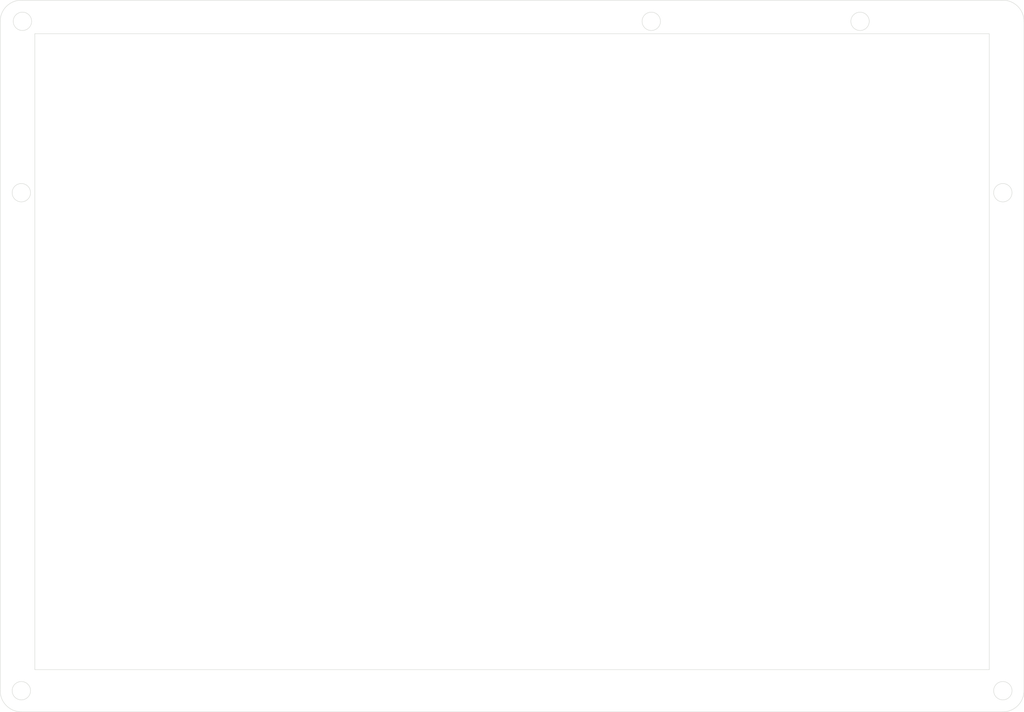
<source format=kicad_pcb>
(kicad_pcb (version 20171130) (host pcbnew "(5.1.12)-1")

  (general
    (thickness 1.6)
    (drawings 19)
    (tracks 0)
    (zones 0)
    (modules 0)
    (nets 1)
  )

  (page A4)
  (layers
    (0 F.Cu signal)
    (31 B.Cu signal)
    (32 B.Adhes user)
    (33 F.Adhes user)
    (34 B.Paste user)
    (35 F.Paste user)
    (36 B.SilkS user)
    (37 F.SilkS user)
    (38 B.Mask user)
    (39 F.Mask user)
    (40 Dwgs.User user)
    (41 Cmts.User user)
    (42 Eco1.User user)
    (43 Eco2.User user)
    (44 Edge.Cuts user)
    (45 Margin user)
    (46 B.CrtYd user)
    (47 F.CrtYd user)
    (48 B.Fab user)
    (49 F.Fab user)
  )

  (setup
    (last_trace_width 0.25)
    (user_trace_width 0.5)
    (trace_clearance 0.2)
    (zone_clearance 0)
    (zone_45_only no)
    (trace_min 0.2)
    (via_size 0.8)
    (via_drill 0.4)
    (via_min_size 0.4)
    (via_min_drill 0.3)
    (uvia_size 0.3)
    (uvia_drill 0.1)
    (uvias_allowed no)
    (uvia_min_size 0.2)
    (uvia_min_drill 0.1)
    (edge_width 0.05)
    (segment_width 0.2)
    (pcb_text_width 0.3)
    (pcb_text_size 1.5 1.5)
    (mod_edge_width 0.12)
    (mod_text_size 1 1)
    (mod_text_width 0.15)
    (pad_size 1.524 1.524)
    (pad_drill 0.762)
    (pad_to_mask_clearance 0)
    (aux_axis_origin 0 0)
    (visible_elements 7FFFFFFF)
    (pcbplotparams
      (layerselection 0x010fc_ffffffff)
      (usegerberextensions false)
      (usegerberattributes false)
      (usegerberadvancedattributes false)
      (creategerberjobfile false)
      (excludeedgelayer true)
      (linewidth 0.100000)
      (plotframeref false)
      (viasonmask false)
      (mode 1)
      (useauxorigin false)
      (hpglpennumber 1)
      (hpglpenspeed 20)
      (hpglpendiameter 15.000000)
      (psnegative false)
      (psa4output false)
      (plotreference true)
      (plotvalue true)
      (plotinvisibletext false)
      (padsonsilk false)
      (subtractmaskfromsilk false)
      (outputformat 1)
      (mirror false)
      (drillshape 0)
      (scaleselection 1)
      (outputdirectory "../../../Order/"))
  )

  (net 0 "")

  (net_class Default "This is the default net class."
    (clearance 0.2)
    (trace_width 0.25)
    (via_dia 0.8)
    (via_drill 0.4)
    (uvia_dia 0.3)
    (uvia_drill 0.1)
  )

  (gr_arc (start 106.397756 69.205088) (end 106.397756 71.73634) (angle -90) (layer Edge.Cuts) (width 0.05) (tstamp 63DBC130))
  (gr_arc (start -11.143756 -11.013291) (end -11.143756 -13.544543) (angle -90) (layer Edge.Cuts) (width 0.05) (tstamp 63DBC12F))
  (gr_arc (start -11.143756 69.205088) (end -13.675008 69.205088) (angle -90) (layer Edge.Cuts) (width 0.05) (tstamp 63DBC12E))
  (gr_arc (start 106.397756 -11.013291) (end 108.929008 -11.013291) (angle -90) (layer Edge.Cuts) (width 0.05) (tstamp 63DBC12D))
  (gr_line (start -11.143756 71.73634) (end 106.397756 71.73634) (layer Edge.Cuts) (width 0.05) (tstamp 63DBC12C))
  (gr_line (start 108.929008 69.205088) (end 108.929008 -11.013291) (layer Edge.Cuts) (width 0.05) (tstamp 63DBC12B))
  (gr_line (start -13.675008 69.205088) (end -13.675008 -11.013291) (layer Edge.Cuts) (width 0.05) (tstamp 63DBC12A))
  (gr_line (start -11.143756 -13.544543) (end 106.397756 -13.544543) (layer Edge.Cuts) (width 0.05) (tstamp 63DBC129))
  (gr_circle (center -11.013291 -11.013291) (end -9.913291 -11.013291) (layer Edge.Cuts) (width 0.05) (tstamp 63DBBC0A))
  (gr_circle (center -11.143756 9.525008) (end -10.043756 9.525008) (layer Edge.Cuts) (width 0.05) (tstamp 63DBBBAF))
  (gr_circle (center -11.143756 69.205088) (end -10.043756 69.205088) (layer Edge.Cuts) (width 0.05) (tstamp 63DBBB88))
  (gr_circle (center 106.397756 69.205088) (end 107.497756 69.205088) (layer Edge.Cuts) (width 0.05) (tstamp 63DBBB4F))
  (gr_circle (center 106.397756 9.525008) (end 107.497756 9.525008) (layer Edge.Cuts) (width 0.05) (tstamp 63DBB9BD))
  (gr_circle (center 89.29695 -11.013291) (end 90.39695 -11.013291) (layer Edge.Cuts) (width 0.05) (tstamp 63DBB98C))
  (gr_circle (center 64.293836 -11.013291) (end 65.393836 -11.013291) (layer Edge.Cuts) (width 0.05))
  (gr_line (start 104.775 66.675) (end -9.525 66.675) (layer Edge.Cuts) (width 0.05))
  (gr_line (start -9.525 66.675) (end -9.525 -9.525) (layer Edge.Cuts) (width 0.05) (tstamp 63CF21D4))
  (gr_line (start 104.775 -9.525) (end 104.775 66.675) (layer Edge.Cuts) (width 0.05))
  (gr_line (start -9.525 -9.525) (end 104.775 -9.525) (layer Edge.Cuts) (width 0.05))

)

</source>
